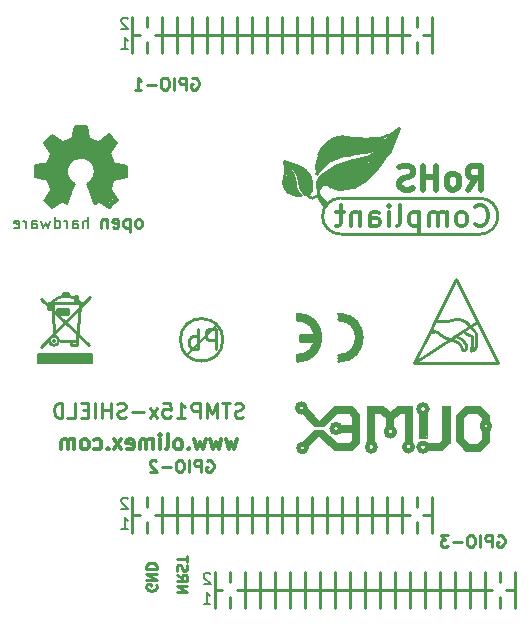
<source format=gbr>
%TF.GenerationSoftware,KiCad,Pcbnew,5.1.0-rc2-unknown-036be7d~80~ubuntu16.04.1*%
%TF.CreationDate,2022-02-04T13:28:53+02:00*%
%TF.ProjectId,STMP15x-SHIELD_Rev_A,53544d50-3135-4782-9d53-4849454c445f,A*%
%TF.SameCoordinates,Original*%
%TF.FileFunction,Legend,Bot*%
%TF.FilePolarity,Positive*%
%FSLAX46Y46*%
G04 Gerber Fmt 4.6, Leading zero omitted, Abs format (unit mm)*
G04 Created by KiCad (PCBNEW 5.1.0-rc2-unknown-036be7d~80~ubuntu16.04.1) date 2022-02-04 13:28:53*
%MOMM*%
%LPD*%
G04 APERTURE LIST*
%ADD10C,0.222250*%
%ADD11C,0.254000*%
%ADD12C,0.304800*%
%ADD13C,0.400000*%
%ADD14C,0.700000*%
%ADD15C,0.500000*%
%ADD16C,0.100000*%
%ADD17C,0.508000*%
%ADD18C,0.300000*%
%ADD19C,0.127000*%
%ADD20C,0.150000*%
%ADD21C,0.200000*%
%ADD22C,0.370000*%
%ADD23C,1.000000*%
%ADD24C,0.380000*%
%ADD25C,0.420000*%
%ADD26C,0.350000*%
%ADD27C,0.180000*%
G04 APERTURE END LIST*
D10*
X130788833Y-98615500D02*
X131677833Y-98615500D01*
X130788833Y-98107500D01*
X131677833Y-98107500D01*
X130788833Y-97176166D02*
X131212166Y-97472500D01*
X130788833Y-97684166D02*
X131677833Y-97684166D01*
X131677833Y-97345500D01*
X131635500Y-97260833D01*
X131593166Y-97218500D01*
X131508500Y-97176166D01*
X131381500Y-97176166D01*
X131296833Y-97218500D01*
X131254500Y-97260833D01*
X131212166Y-97345500D01*
X131212166Y-97684166D01*
X130831166Y-96837500D02*
X130788833Y-96710500D01*
X130788833Y-96498833D01*
X130831166Y-96414166D01*
X130873500Y-96371833D01*
X130958166Y-96329500D01*
X131042833Y-96329500D01*
X131127500Y-96371833D01*
X131169833Y-96414166D01*
X131212166Y-96498833D01*
X131254500Y-96668166D01*
X131296833Y-96752833D01*
X131339166Y-96795166D01*
X131423833Y-96837500D01*
X131508500Y-96837500D01*
X131593166Y-96795166D01*
X131635500Y-96752833D01*
X131677833Y-96668166D01*
X131677833Y-96456500D01*
X131635500Y-96329500D01*
X131677833Y-96075500D02*
X131677833Y-95567500D01*
X130788833Y-95821500D02*
X131677833Y-95821500D01*
X129032000Y-98022833D02*
X129074333Y-98107500D01*
X129074333Y-98234500D01*
X129032000Y-98361500D01*
X128947333Y-98446166D01*
X128862666Y-98488500D01*
X128693333Y-98530833D01*
X128566333Y-98530833D01*
X128397000Y-98488500D01*
X128312333Y-98446166D01*
X128227666Y-98361500D01*
X128185333Y-98234500D01*
X128185333Y-98149833D01*
X128227666Y-98022833D01*
X128270000Y-97980500D01*
X128566333Y-97980500D01*
X128566333Y-98149833D01*
X128185333Y-97599500D02*
X129074333Y-97599500D01*
X128185333Y-97091500D01*
X129074333Y-97091500D01*
X128185333Y-96668166D02*
X129074333Y-96668166D01*
X129074333Y-96456500D01*
X129032000Y-96329500D01*
X128947333Y-96244833D01*
X128862666Y-96202500D01*
X128693333Y-96160166D01*
X128566333Y-96160166D01*
X128397000Y-96202500D01*
X128312333Y-96244833D01*
X128227666Y-96329500D01*
X128185333Y-96456500D01*
X128185333Y-96668166D01*
D11*
X136410095Y-83826047D02*
X136228666Y-83886523D01*
X135926285Y-83886523D01*
X135805333Y-83826047D01*
X135744857Y-83765571D01*
X135684380Y-83644619D01*
X135684380Y-83523666D01*
X135744857Y-83402714D01*
X135805333Y-83342238D01*
X135926285Y-83281761D01*
X136168190Y-83221285D01*
X136289142Y-83160809D01*
X136349619Y-83100333D01*
X136410095Y-82979380D01*
X136410095Y-82858428D01*
X136349619Y-82737476D01*
X136289142Y-82677000D01*
X136168190Y-82616523D01*
X135865809Y-82616523D01*
X135684380Y-82677000D01*
X135321523Y-82616523D02*
X134595809Y-82616523D01*
X134958666Y-83886523D02*
X134958666Y-82616523D01*
X134172476Y-83886523D02*
X134172476Y-82616523D01*
X133749142Y-83523666D01*
X133325809Y-82616523D01*
X133325809Y-83886523D01*
X132721047Y-83886523D02*
X132721047Y-82616523D01*
X132237238Y-82616523D01*
X132116285Y-82677000D01*
X132055809Y-82737476D01*
X131995333Y-82858428D01*
X131995333Y-83039857D01*
X132055809Y-83160809D01*
X132116285Y-83221285D01*
X132237238Y-83281761D01*
X132721047Y-83281761D01*
X130785809Y-83886523D02*
X131511523Y-83886523D01*
X131148666Y-83886523D02*
X131148666Y-82616523D01*
X131269619Y-82797952D01*
X131390571Y-82918904D01*
X131511523Y-82979380D01*
X129636761Y-82616523D02*
X130241523Y-82616523D01*
X130302000Y-83221285D01*
X130241523Y-83160809D01*
X130120571Y-83100333D01*
X129818190Y-83100333D01*
X129697238Y-83160809D01*
X129636761Y-83221285D01*
X129576285Y-83342238D01*
X129576285Y-83644619D01*
X129636761Y-83765571D01*
X129697238Y-83826047D01*
X129818190Y-83886523D01*
X130120571Y-83886523D01*
X130241523Y-83826047D01*
X130302000Y-83765571D01*
X129152952Y-83886523D02*
X128487714Y-83039857D01*
X129152952Y-83039857D02*
X128487714Y-83886523D01*
X128003904Y-83402714D02*
X127036285Y-83402714D01*
X126492000Y-83826047D02*
X126310571Y-83886523D01*
X126008190Y-83886523D01*
X125887238Y-83826047D01*
X125826761Y-83765571D01*
X125766285Y-83644619D01*
X125766285Y-83523666D01*
X125826761Y-83402714D01*
X125887238Y-83342238D01*
X126008190Y-83281761D01*
X126250095Y-83221285D01*
X126371047Y-83160809D01*
X126431523Y-83100333D01*
X126492000Y-82979380D01*
X126492000Y-82858428D01*
X126431523Y-82737476D01*
X126371047Y-82677000D01*
X126250095Y-82616523D01*
X125947714Y-82616523D01*
X125766285Y-82677000D01*
X125222000Y-83886523D02*
X125222000Y-82616523D01*
X125222000Y-83221285D02*
X124496285Y-83221285D01*
X124496285Y-83886523D02*
X124496285Y-82616523D01*
X123891523Y-83886523D02*
X123891523Y-82616523D01*
X123286761Y-83221285D02*
X122863428Y-83221285D01*
X122682000Y-83886523D02*
X123286761Y-83886523D01*
X123286761Y-82616523D01*
X122682000Y-82616523D01*
X121532952Y-83886523D02*
X122137714Y-83886523D01*
X122137714Y-82616523D01*
X121109619Y-83886523D02*
X121109619Y-82616523D01*
X120807238Y-82616523D01*
X120625809Y-82677000D01*
X120504857Y-82797952D01*
X120444380Y-82918904D01*
X120383904Y-83160809D01*
X120383904Y-83342238D01*
X120444380Y-83584142D01*
X120504857Y-83705095D01*
X120625809Y-83826047D01*
X120807238Y-83886523D01*
X121109619Y-83886523D01*
D12*
X135896047Y-85706857D02*
X135654142Y-86553523D01*
X135412238Y-85948761D01*
X135170333Y-86553523D01*
X134928428Y-85706857D01*
X134565571Y-85706857D02*
X134323666Y-86553523D01*
X134081761Y-85948761D01*
X133839857Y-86553523D01*
X133597952Y-85706857D01*
X133235095Y-85706857D02*
X132993190Y-86553523D01*
X132751285Y-85948761D01*
X132509380Y-86553523D01*
X132267476Y-85706857D01*
X131783666Y-86432571D02*
X131723190Y-86493047D01*
X131783666Y-86553523D01*
X131844142Y-86493047D01*
X131783666Y-86432571D01*
X131783666Y-86553523D01*
X130997476Y-86553523D02*
X131118428Y-86493047D01*
X131178904Y-86432571D01*
X131239380Y-86311619D01*
X131239380Y-85948761D01*
X131178904Y-85827809D01*
X131118428Y-85767333D01*
X130997476Y-85706857D01*
X130816047Y-85706857D01*
X130695095Y-85767333D01*
X130634619Y-85827809D01*
X130574142Y-85948761D01*
X130574142Y-86311619D01*
X130634619Y-86432571D01*
X130695095Y-86493047D01*
X130816047Y-86553523D01*
X130997476Y-86553523D01*
X129848428Y-86553523D02*
X129969380Y-86493047D01*
X130029857Y-86372095D01*
X130029857Y-85283523D01*
X129364619Y-86553523D02*
X129364619Y-85706857D01*
X129364619Y-85283523D02*
X129425095Y-85344000D01*
X129364619Y-85404476D01*
X129304142Y-85344000D01*
X129364619Y-85283523D01*
X129364619Y-85404476D01*
X128759857Y-86553523D02*
X128759857Y-85706857D01*
X128759857Y-85827809D02*
X128699380Y-85767333D01*
X128578428Y-85706857D01*
X128397000Y-85706857D01*
X128276047Y-85767333D01*
X128215571Y-85888285D01*
X128215571Y-86553523D01*
X128215571Y-85888285D02*
X128155095Y-85767333D01*
X128034142Y-85706857D01*
X127852714Y-85706857D01*
X127731761Y-85767333D01*
X127671285Y-85888285D01*
X127671285Y-86553523D01*
X126582714Y-86493047D02*
X126703666Y-86553523D01*
X126945571Y-86553523D01*
X127066523Y-86493047D01*
X127127000Y-86372095D01*
X127127000Y-85888285D01*
X127066523Y-85767333D01*
X126945571Y-85706857D01*
X126703666Y-85706857D01*
X126582714Y-85767333D01*
X126522238Y-85888285D01*
X126522238Y-86009238D01*
X127127000Y-86130190D01*
X126098904Y-86553523D02*
X125433666Y-85706857D01*
X126098904Y-85706857D02*
X125433666Y-86553523D01*
X124949857Y-86432571D02*
X124889380Y-86493047D01*
X124949857Y-86553523D01*
X125010333Y-86493047D01*
X124949857Y-86432571D01*
X124949857Y-86553523D01*
X123800809Y-86493047D02*
X123921761Y-86553523D01*
X124163666Y-86553523D01*
X124284619Y-86493047D01*
X124345095Y-86432571D01*
X124405571Y-86311619D01*
X124405571Y-85948761D01*
X124345095Y-85827809D01*
X124284619Y-85767333D01*
X124163666Y-85706857D01*
X123921761Y-85706857D01*
X123800809Y-85767333D01*
X123075095Y-86553523D02*
X123196047Y-86493047D01*
X123256523Y-86432571D01*
X123317000Y-86311619D01*
X123317000Y-85948761D01*
X123256523Y-85827809D01*
X123196047Y-85767333D01*
X123075095Y-85706857D01*
X122893666Y-85706857D01*
X122772714Y-85767333D01*
X122712238Y-85827809D01*
X122651761Y-85948761D01*
X122651761Y-86311619D01*
X122712238Y-86432571D01*
X122772714Y-86493047D01*
X122893666Y-86553523D01*
X123075095Y-86553523D01*
X122107476Y-86553523D02*
X122107476Y-85706857D01*
X122107476Y-85827809D02*
X122047000Y-85767333D01*
X121926047Y-85706857D01*
X121744619Y-85706857D01*
X121623666Y-85767333D01*
X121563190Y-85888285D01*
X121563190Y-86553523D01*
X121563190Y-85888285D02*
X121502714Y-85767333D01*
X121381761Y-85706857D01*
X121200333Y-85706857D01*
X121079380Y-85767333D01*
X121018904Y-85888285D01*
X121018904Y-86553523D01*
D11*
%TO.C,GPIO-3*%
X158115000Y-99060000D02*
X158115000Y-99949000D01*
X158115000Y-96901000D02*
X158115000Y-97790000D01*
X156845000Y-98425000D02*
X156845000Y-99949000D01*
X155575000Y-98425000D02*
X155575000Y-99949000D01*
X154305000Y-98425000D02*
X154305000Y-99949000D01*
X153035000Y-98425000D02*
X153035000Y-99949000D01*
X151765000Y-98425000D02*
X151765000Y-99949000D01*
X150495000Y-98425000D02*
X150495000Y-99949000D01*
X149225000Y-98425000D02*
X149225000Y-99949000D01*
X147955000Y-98425000D02*
X147955000Y-99949000D01*
X156845000Y-96901000D02*
X156845000Y-98425000D01*
X155575000Y-96901000D02*
X155575000Y-98425000D01*
X154305000Y-96901000D02*
X154305000Y-98425000D01*
X153035000Y-96901000D02*
X153035000Y-98425000D01*
X151765000Y-96901000D02*
X151765000Y-98425000D01*
X150495000Y-96901000D02*
X150495000Y-98425000D01*
X149225000Y-96901000D02*
X149225000Y-98425000D01*
X147955000Y-96901000D02*
X147955000Y-98425000D01*
X158623000Y-98425000D02*
X159385000Y-98425000D01*
X156845000Y-98425000D02*
X157480000Y-98425000D01*
X155575000Y-98425000D02*
X156845000Y-98425000D01*
X154305000Y-98425000D02*
X155575000Y-98425000D01*
X153035000Y-98425000D02*
X154305000Y-98425000D01*
X151765000Y-98425000D02*
X153035000Y-98425000D01*
X150495000Y-98425000D02*
X151765000Y-98425000D01*
X149225000Y-98425000D02*
X150495000Y-98425000D01*
X147955000Y-98425000D02*
X149225000Y-98425000D01*
X146685000Y-98425000D02*
X147955000Y-98425000D01*
X159385000Y-98425000D02*
X159385000Y-96901000D01*
X159385000Y-99949000D02*
X159385000Y-98425000D01*
X133985000Y-99949000D02*
X133985000Y-98425000D01*
X133985000Y-98425000D02*
X133985000Y-96901000D01*
X146685000Y-99949000D02*
X146685000Y-98425000D01*
X146685000Y-98425000D02*
X146685000Y-96901000D01*
X133985000Y-98425000D02*
X134620000Y-98425000D01*
X135890000Y-98425000D02*
X136525000Y-98425000D01*
X136525000Y-98425000D02*
X137795000Y-98425000D01*
X137795000Y-98425000D02*
X139065000Y-98425000D01*
X139065000Y-98425000D02*
X140335000Y-98425000D01*
X140335000Y-98425000D02*
X141605000Y-98425000D01*
X141605000Y-98425000D02*
X142875000Y-98425000D01*
X142875000Y-98425000D02*
X144145000Y-98425000D01*
X144145000Y-98425000D02*
X145415000Y-98425000D01*
X145415000Y-98425000D02*
X146685000Y-98425000D01*
X135255000Y-96901000D02*
X135255000Y-97790000D01*
X136525000Y-96901000D02*
X136525000Y-98425000D01*
X137795000Y-96901000D02*
X137795000Y-98425000D01*
X139065000Y-96901000D02*
X139065000Y-98425000D01*
X140335000Y-96901000D02*
X140335000Y-98425000D01*
X141605000Y-96901000D02*
X141605000Y-98425000D01*
X142875000Y-96901000D02*
X142875000Y-98425000D01*
X144145000Y-96901000D02*
X144145000Y-98425000D01*
X135255000Y-99060000D02*
X135255000Y-99949000D01*
X136525000Y-98425000D02*
X136525000Y-99949000D01*
X137795000Y-98425000D02*
X137795000Y-99949000D01*
X139065000Y-98425000D02*
X139065000Y-99949000D01*
X140335000Y-98425000D02*
X140335000Y-99949000D01*
X141605000Y-98425000D02*
X141605000Y-99949000D01*
X142875000Y-98425000D02*
X142875000Y-99949000D01*
X144145000Y-98425000D02*
X144145000Y-99949000D01*
X145415000Y-96901000D02*
X145415000Y-98425000D01*
X145415000Y-98425000D02*
X145415000Y-99949000D01*
D13*
%TO.C,Logo_Olimex_2*%
X157296747Y-84582000D02*
G75*
G03X157296747Y-84582000I-337447J0D01*
G01*
D14*
X156972000Y-83807300D02*
X156464000Y-83299300D01*
X155371800Y-83223100D02*
X154736800Y-83832700D01*
X154762200Y-85788500D02*
X155321000Y-86372700D01*
X153136600Y-86385400D02*
X153593800Y-85928200D01*
X152150800Y-86385400D02*
X153136600Y-86385400D01*
D13*
X152004324Y-86360000D02*
G75*
G03X152004324Y-86360000I-366324J0D01*
G01*
D14*
X151638000Y-83667600D02*
X151638000Y-85267800D01*
D13*
X151998818Y-83134200D02*
G75*
G03X151998818Y-83134200I-373518J0D01*
G01*
X150765759Y-86334600D02*
G75*
G03X150765759Y-86334600I-359659J0D01*
G01*
D14*
X150418800Y-85826600D02*
X150418800Y-83235800D01*
X150418800Y-83235800D02*
X149580600Y-83235800D01*
X149580600Y-83235800D02*
X148971000Y-83743800D01*
X148869400Y-84531200D02*
X148869400Y-83820000D01*
X148793200Y-83743800D02*
X148158200Y-83235800D01*
D13*
X149240318Y-85064600D02*
G75*
G03X149240318Y-85064600I-370918J0D01*
G01*
D14*
X148158200Y-83235800D02*
X147269200Y-83235800D01*
D13*
X147619729Y-86347300D02*
G75*
G03X147619729Y-86347300I-363229J0D01*
G01*
X141756666Y-86436200D02*
G75*
G03X141756666Y-86436200I-329466J0D01*
G01*
D14*
X141757400Y-86080600D02*
X142595600Y-85267800D01*
D15*
X143103600Y-85166200D02*
X142570200Y-85166200D01*
D14*
X144246600Y-86385400D02*
X143103600Y-85267800D01*
X145567400Y-86385400D02*
X144246600Y-86385400D01*
X145999200Y-85953600D02*
X145567400Y-86385400D01*
X145999200Y-83718400D02*
X145999200Y-85953600D01*
X145999200Y-83693000D02*
X145516600Y-83185000D01*
X145468500Y-83210400D02*
X144246600Y-83210400D01*
X144246600Y-83210400D02*
X143154400Y-84277200D01*
D15*
X143129000Y-84391500D02*
X142570200Y-84391500D01*
D14*
X141706600Y-83400900D02*
X142570200Y-84294600D01*
D13*
X141697735Y-83045300D02*
G75*
G03X141697735Y-83045300I-359435J0D01*
G01*
D14*
X144780000Y-84785200D02*
X145999200Y-84785200D01*
D13*
X144631659Y-84785200D02*
G75*
G03X144631659Y-84785200I-359659J0D01*
G01*
D14*
X156400500Y-86398100D02*
X155359100Y-86398100D01*
X156959300Y-85839300D02*
X156959300Y-85077300D01*
X156972000Y-85826600D02*
X156387800Y-86398100D01*
X156972000Y-83858100D02*
X156972000Y-84099400D01*
X154749500Y-83820000D02*
X154749500Y-85750400D01*
X155371800Y-83210400D02*
X156375100Y-83210400D01*
X147256500Y-83223100D02*
X147256500Y-85826600D01*
X153593800Y-85940900D02*
X153593800Y-83210400D01*
D16*
X153593800Y-82867500D02*
X153873200Y-82867500D01*
X153898600Y-82867500D02*
X153898600Y-86017100D01*
X153885900Y-82867500D02*
X153898600Y-82867500D01*
X153873200Y-82867500D02*
X153885900Y-82867500D01*
X153758900Y-82956400D02*
X153822400Y-82943700D01*
X153276300Y-82867500D02*
X153276300Y-85902800D01*
X153581100Y-82867500D02*
X153276300Y-82867500D01*
X153454100Y-82943700D02*
X153339800Y-82943700D01*
X151955500Y-83553300D02*
X151955500Y-85572600D01*
X151320500Y-85572600D02*
X151320500Y-83553300D01*
X151345900Y-85572600D02*
X151320500Y-85572600D01*
X151955500Y-85572600D02*
X151345900Y-85572600D01*
X151815800Y-85509100D02*
X151879300Y-85509100D01*
X151472900Y-85509100D02*
X151384000Y-85509100D01*
X150736300Y-85915500D02*
X150736300Y-82931000D01*
X149491700Y-82918300D02*
X148907500Y-83400900D01*
X150736300Y-82918300D02*
X149491700Y-82918300D01*
X150583900Y-82981800D02*
X150660100Y-82981800D01*
X146926300Y-85940900D02*
X146926300Y-82931000D01*
X148247100Y-82918300D02*
X148869400Y-83413600D01*
X148221700Y-82918300D02*
X148247100Y-82918300D01*
X146926300Y-82918300D02*
X148221700Y-82918300D01*
X146926300Y-82931000D02*
X146926300Y-82918300D01*
X147078700Y-82994500D02*
X146977100Y-82994500D01*
X144132300Y-82880200D02*
X142875000Y-84124800D01*
X144183100Y-82880200D02*
X144132300Y-82880200D01*
X145554700Y-82880200D02*
X144183100Y-82880200D01*
D11*
%TO.C,Sign_RoHS*%
X142112556Y-64286371D02*
G75*
G02X141859000Y-64897000I-865696J1511D01*
G01*
X140666020Y-62791180D02*
G75*
G02X141173200Y-63822580I-991420J-1127920D01*
G01*
X141583340Y-64927046D02*
G75*
G02X141173200Y-63830200I1118940J1043506D01*
G01*
X141860788Y-65025791D02*
G75*
G02X141556740Y-64899540I752J431051D01*
G01*
X141294340Y-65019613D02*
G75*
G02X140792200Y-64223900I709440J1003993D01*
G01*
X140412795Y-62885066D02*
G75*
G02X140766800Y-63875920I-1408755J-1061974D01*
G01*
X140945927Y-65025303D02*
G75*
G02X140746480Y-65001140I-1327J824263D01*
G01*
X140744497Y-65000453D02*
G75*
G02X140164820Y-64726820I205183J1185493D01*
G01*
X140140946Y-64704974D02*
G75*
G02X139827000Y-63947040I757934J757934D01*
G01*
X139827283Y-63947487D02*
G75*
G02X139898120Y-63578740I992857J447D01*
G01*
X139962148Y-62644136D02*
G75*
G02X139898120Y-63578740I-1478808J-368184D01*
G01*
X141264000Y-62665511D02*
G75*
G02X141986000Y-63309500I-601340J-1400909D01*
G01*
X142039794Y-63405321D02*
G75*
G02X142240000Y-64160400I-1323794J-755079D01*
G01*
X142241874Y-64160901D02*
G75*
G02X142156180Y-64604900I-1195674J501D01*
G01*
X142285720Y-65279612D02*
G75*
G02X141993620Y-65158620I0J413092D01*
G01*
X142643134Y-65129954D02*
G75*
G02X142285720Y-65278000I-357414J357414D01*
G01*
X143016258Y-65295710D02*
G75*
G02X142748000Y-64643000I653762J650170D01*
G01*
X143253978Y-65913280D02*
G75*
G02X142748000Y-64688720I1228842J1224560D01*
G01*
X146818379Y-61374186D02*
G75*
G02X145475960Y-61589920I-1812319J6992786D01*
G01*
X143694130Y-62163934D02*
G75*
G02X144957800Y-61663580I2134890J-3545866D01*
G01*
X142627641Y-63241765D02*
G75*
G02X143682720Y-62171580I3831299J-2722035D01*
G01*
X142747155Y-64516069D02*
G75*
G02X142867380Y-63578740I762845J378529D01*
G01*
X143038473Y-63390156D02*
G75*
G02X145592800Y-62120780I3654147J-4148444D01*
G01*
X147929541Y-61309778D02*
G75*
G02X145902680Y-62059820I-2631381J3997218D01*
G01*
X143195549Y-65601559D02*
G75*
G02X142748000Y-64516000I1086611J1083019D01*
G01*
X142621760Y-62864243D02*
G75*
G02X142681960Y-62186820I3049780J70363D01*
G01*
X142828736Y-61583585D02*
G75*
G02X144879060Y-60071000I2144304J-760715D01*
G01*
X148742952Y-59926522D02*
G75*
G02X147027900Y-60266580I-1268012J1900222D01*
G01*
X146716933Y-63850013D02*
G75*
G02X144851120Y-64516000I-1738813J1924813D01*
G01*
X148737464Y-61430447D02*
G75*
G02X146756120Y-63812420I-8344044J4925607D01*
G01*
X143024860Y-64239140D02*
G75*
G02X143743680Y-64241680I358140J-360680D01*
G01*
X144335500Y-64518066D02*
G75*
G02X143797020Y-64295020I0J761526D01*
G01*
X144653000Y-68326000D02*
G75*
G02X143129000Y-66802000I0J1524000D01*
G01*
X157988000Y-66802000D02*
G75*
G02X156464000Y-68326000I-1524000J0D01*
G01*
X156464000Y-65278000D02*
G75*
G02X157988000Y-66802000I0J-1524000D01*
G01*
X143129000Y-66802000D02*
G75*
G02X144653000Y-65278000I1524000J0D01*
G01*
X144653000Y-65278000D02*
X156464000Y-65278000D01*
X156464000Y-68326000D02*
X144653000Y-68326000D01*
X143797020Y-64295020D02*
X143743680Y-64241680D01*
X143024860Y-64241680D02*
X142748000Y-64516000D01*
X149606000Y-59309000D02*
X148739860Y-61424820D01*
X146756120Y-63812420D02*
X146720560Y-63847980D01*
X144851120Y-64516000D02*
X144335500Y-64516000D01*
X149606000Y-59309000D02*
X148744940Y-59928760D01*
X147027900Y-60266580D02*
X144879060Y-60071000D01*
X142829280Y-61587380D02*
X142681960Y-62186820D01*
X142623540Y-62865000D02*
X142623540Y-63246000D01*
X142725140Y-64470280D02*
X142748000Y-64516000D01*
X143383000Y-65786000D02*
X143197580Y-65600580D01*
X148211540Y-60960000D02*
X147929600Y-61307980D01*
X145902680Y-62059820D02*
X145592800Y-62120780D01*
X143037560Y-63390780D02*
X142867380Y-63578740D01*
X142623540Y-63246000D02*
X142626080Y-63243460D01*
X143682720Y-62171580D02*
X143690340Y-62166500D01*
X144957800Y-61663580D02*
X145475960Y-61589920D01*
X146824700Y-61374020D02*
X148211540Y-60960000D01*
X143383000Y-65913000D02*
X142875000Y-65151000D01*
X142748000Y-64688720D02*
X142748000Y-64643000D01*
X143510000Y-65786000D02*
X143019780Y-65295780D01*
X142748000Y-65024000D02*
X142643860Y-65130680D01*
X141993620Y-65158620D02*
X141859000Y-65024000D01*
X141859000Y-65024000D02*
X142156180Y-64604900D01*
X142039340Y-63403480D02*
X141986000Y-63309500D01*
X141264640Y-62664340D02*
X140843000Y-62484000D01*
X140843000Y-62484000D02*
X139827000Y-62103000D01*
X139827000Y-62103000D02*
X139961620Y-62641480D01*
X140141960Y-64703960D02*
X140164820Y-64726820D01*
X140944600Y-65024000D02*
X141300200Y-65024000D01*
X141846300Y-65024000D02*
X141859000Y-65024000D01*
X140766800Y-63832740D02*
X140792200Y-64223900D01*
X149225000Y-59817000D02*
X148211540Y-60454540D01*
D17*
X148211540Y-60454540D02*
X147066000Y-60454540D01*
X147066000Y-60454540D02*
X146050000Y-60325000D01*
X146050000Y-60325000D02*
X144399000Y-60325000D01*
X144399000Y-60325000D02*
X143764000Y-60706000D01*
X143764000Y-60706000D02*
X143256000Y-61214000D01*
X143256000Y-61214000D02*
X143002000Y-61722000D01*
X143002000Y-61722000D02*
X142875000Y-62738000D01*
X142875000Y-62738000D02*
X143383000Y-62103000D01*
X143383000Y-62103000D02*
X144018000Y-61722000D01*
X144018000Y-61722000D02*
X143764000Y-61214000D01*
X143764000Y-61214000D02*
X143383000Y-61722000D01*
X144145000Y-61722000D02*
X144780000Y-61341000D01*
X144780000Y-61341000D02*
X145288000Y-61341000D01*
X145288000Y-61341000D02*
X145415000Y-61341000D01*
X145415000Y-61341000D02*
X146558000Y-61214000D01*
X146558000Y-61214000D02*
X147828000Y-60833000D01*
X147828000Y-60833000D02*
X148336000Y-60706000D01*
X148336000Y-60706000D02*
X143764000Y-60706000D01*
X143764000Y-60706000D02*
X143764000Y-60960000D01*
X143764000Y-61214000D02*
X143764000Y-60960000D01*
X143764000Y-60960000D02*
X148717000Y-60883800D01*
X143637000Y-61341000D02*
X145288000Y-61341000D01*
X149225000Y-59817000D02*
X148717000Y-60706000D01*
X148717000Y-60706000D02*
X148590000Y-61214000D01*
X148590000Y-61214000D02*
X148211540Y-61722000D01*
X148211540Y-61722000D02*
X148211540Y-61341000D01*
X148211540Y-61341000D02*
X148590000Y-60454540D01*
X148082000Y-61849000D02*
X147701000Y-62357000D01*
X147701000Y-62357000D02*
X147447000Y-62738000D01*
X147447000Y-62738000D02*
X146558000Y-63627000D01*
X146558000Y-63627000D02*
X146050000Y-64008000D01*
X146050000Y-64008000D02*
X145161000Y-64262000D01*
X145161000Y-64262000D02*
X144272000Y-64262000D01*
X144272000Y-64262000D02*
X143510000Y-63754000D01*
X143510000Y-63754000D02*
X143129000Y-63881000D01*
X143129000Y-63881000D02*
X142875000Y-64135000D01*
X142875000Y-64135000D02*
X143129000Y-63627000D01*
X143129000Y-63627000D02*
X143637000Y-63119000D01*
X143637000Y-63119000D02*
X144322800Y-62712600D01*
X144322800Y-62712600D02*
X145719800Y-62230000D01*
X145719800Y-62230000D02*
X146329400Y-62230000D01*
X146329400Y-62230000D02*
X147066000Y-61976000D01*
X147066000Y-61976000D02*
X147828000Y-61595000D01*
X147701000Y-61976000D02*
X146939000Y-62611000D01*
X146939000Y-62611000D02*
X146812000Y-62484000D01*
X146812000Y-62484000D02*
X146685000Y-62484000D01*
X146685000Y-62484000D02*
X145542000Y-62611000D01*
X145542000Y-62611000D02*
X144526000Y-62865000D01*
X144526000Y-62865000D02*
X143891000Y-63373000D01*
X143891000Y-63373000D02*
X143764000Y-63500000D01*
X143764000Y-63500000D02*
X143891000Y-63754000D01*
X143891000Y-63754000D02*
X144145000Y-63754000D01*
X144145000Y-63754000D02*
X144526000Y-63881000D01*
X144526000Y-63881000D02*
X145161000Y-63881000D01*
X145161000Y-63881000D02*
X145542000Y-63754000D01*
X145542000Y-63754000D02*
X146050000Y-63627000D01*
X146050000Y-63627000D02*
X146685000Y-63119000D01*
X146685000Y-63119000D02*
X146812000Y-62992000D01*
X146812000Y-62992000D02*
X146685000Y-62865000D01*
X146685000Y-62865000D02*
X146177000Y-62865000D01*
X146177000Y-62865000D02*
X145161000Y-63119000D01*
X145161000Y-63119000D02*
X144907000Y-63119000D01*
X144907000Y-63119000D02*
X144399000Y-63373000D01*
X144399000Y-63373000D02*
X144399000Y-63500000D01*
X144399000Y-63500000D02*
X144526000Y-63627000D01*
X144526000Y-63627000D02*
X144907000Y-63500000D01*
X144907000Y-63500000D02*
X146177000Y-63246000D01*
D11*
X141556740Y-64899540D02*
X141584680Y-64927480D01*
X141173200Y-63830200D02*
X141173200Y-63822580D01*
X142113000Y-64284860D02*
X142113000Y-64262000D01*
X142113000Y-64262000D02*
X142113000Y-64008000D01*
X142113000Y-64008000D02*
X141986000Y-64008000D01*
X141986000Y-64008000D02*
X141859000Y-64008000D01*
X141859000Y-64008000D02*
X141859000Y-64643000D01*
X141986000Y-64008000D02*
X141986000Y-64135000D01*
X141986000Y-64135000D02*
X141986000Y-64516000D01*
X141986000Y-64516000D02*
X141986000Y-64643000D01*
X141986000Y-64643000D02*
X141986000Y-64770000D01*
X141859000Y-64008000D02*
X141478000Y-64008000D01*
X141478000Y-64008000D02*
X141224000Y-64008000D01*
X141224000Y-64008000D02*
X141732000Y-64897000D01*
X141478000Y-64008000D02*
X141478000Y-64516000D01*
X141986000Y-64135000D02*
X141351000Y-64135000D01*
X142113000Y-64262000D02*
X141351000Y-64262000D01*
X142113000Y-64389000D02*
X141351000Y-64389000D01*
X141986000Y-64516000D02*
X141351000Y-64516000D01*
X141986000Y-64643000D02*
X141478000Y-64643000D01*
X141224000Y-63881000D02*
X142113000Y-63881000D01*
X141224000Y-63754000D02*
X142113000Y-63754000D01*
X141224000Y-63627000D02*
X141986000Y-63627000D01*
X141224000Y-63500000D02*
X141986000Y-63500000D01*
X141097000Y-63373000D02*
X141986000Y-63373000D01*
X141097000Y-63246000D02*
X141859000Y-63246000D01*
X140970000Y-63119000D02*
X141732000Y-63119000D01*
X140970000Y-62992000D02*
X141605000Y-62992000D01*
X140843000Y-62865000D02*
X141351000Y-62865000D01*
X140081000Y-62738000D02*
X140208000Y-62738000D01*
X140208000Y-62738000D02*
X140335000Y-62738000D01*
X140335000Y-62738000D02*
X141224000Y-62738000D01*
X140843000Y-62611000D02*
X140081000Y-62611000D01*
X140589000Y-62484000D02*
X139954000Y-62484000D01*
X140462000Y-62357000D02*
X139954000Y-62357000D01*
X140335000Y-62738000D02*
X140335000Y-63246000D01*
X140208000Y-62738000D02*
X140208000Y-63246000D01*
X140589000Y-63246000D02*
X140081000Y-63246000D01*
X140589000Y-63373000D02*
X140081000Y-63373000D01*
X140716000Y-63500000D02*
X140081000Y-63500000D01*
X140716000Y-63627000D02*
X139954000Y-63627000D01*
X140716000Y-63754000D02*
X139954000Y-63754000D01*
X140716000Y-63881000D02*
X139954000Y-63881000D01*
X140716000Y-64008000D02*
X139954000Y-64008000D01*
X140716000Y-64135000D02*
X139954000Y-64135000D01*
X140716000Y-64262000D02*
X139954000Y-64262000D01*
X140792200Y-64389000D02*
X139954000Y-64389000D01*
X140843000Y-64516000D02*
X140081000Y-64516000D01*
X140843000Y-64643000D02*
X140208000Y-64643000D01*
X140970000Y-64770000D02*
X140335000Y-64770000D01*
X141097000Y-64897000D02*
X140589000Y-64897000D01*
%TO.C,Sign_CE*%
X140998000Y-79089000D02*
G75*
G03X140998000Y-75089000I0J2000000D01*
G01*
D18*
X141047980Y-78839000D02*
G75*
G03X141048000Y-75339000I-49980J1750000D01*
G01*
D11*
X140998000Y-78589000D02*
G75*
G03X140998000Y-75589000I0J1500000D01*
G01*
D18*
X144547980Y-78839000D02*
G75*
G03X144548000Y-75339000I-49980J1750000D01*
G01*
D11*
X144498000Y-79089000D02*
G75*
G03X144498000Y-75089000I0J2000000D01*
G01*
X144498000Y-78589000D02*
G75*
G03X144498000Y-75589000I0J1500000D01*
G01*
X144498000Y-75089000D02*
X144498000Y-75589000D01*
X144498000Y-78589000D02*
X144498000Y-79089000D01*
X140998000Y-78589000D02*
X140998000Y-79089000D01*
X140998000Y-75089000D02*
X140998000Y-75589000D01*
X142498000Y-76839000D02*
X141248000Y-76839000D01*
X141248000Y-76839000D02*
X141248000Y-77339000D01*
X141248000Y-77339000D02*
X142498000Y-77339000D01*
X141248000Y-77089000D02*
X142498000Y-77089000D01*
%TO.C,Sign_RecycleBin*%
X120269000Y-74041000D02*
G75*
G02X122555000Y-74041000I1143000J-1143000D01*
G01*
D19*
X120523000Y-77343000D02*
G75*
G03X120523000Y-77343000I-127000J0D01*
G01*
D11*
X121539000Y-73279000D02*
X121539000Y-73406000D01*
X121539000Y-73406000D02*
X121158000Y-73406000D01*
X121158000Y-73406000D02*
X121158000Y-73279000D01*
X121158000Y-73279000D02*
X121539000Y-73279000D01*
X121412000Y-74803000D02*
X120777000Y-74803000D01*
X121539000Y-74676000D02*
X120650000Y-74676000D01*
X120650000Y-74676000D02*
X120650000Y-75057000D01*
X120650000Y-75057000D02*
X121539000Y-75057000D01*
X121539000Y-75057000D02*
X121539000Y-74676000D01*
X120142000Y-74676000D02*
X120142000Y-74295000D01*
X120142000Y-74295000D02*
X120015000Y-74295000D01*
X120015000Y-74295000D02*
X120015000Y-74676000D01*
X120142000Y-74295000D02*
X120142000Y-74422000D01*
X120142000Y-74168000D02*
X120015000Y-74549000D01*
X120142000Y-74295000D02*
X120142000Y-74422000D01*
X120269000Y-74168000D02*
X120269000Y-74676000D01*
X120269000Y-74676000D02*
X119888000Y-74676000D01*
X119888000Y-74676000D02*
X119888000Y-74168000D01*
X122301000Y-74041000D02*
X122301000Y-73533000D01*
X122301000Y-73533000D02*
X122174000Y-73533000D01*
X122174000Y-73533000D02*
X122174000Y-74041000D01*
X120797609Y-77343000D02*
G75*
G03X120797609Y-77343000I-401609J0D01*
G01*
X120396000Y-76835000D02*
X120269000Y-74803000D01*
X122301000Y-77343000D02*
X122301000Y-77724000D01*
X122301000Y-77724000D02*
X121793000Y-77724000D01*
X121793000Y-77724000D02*
X121793000Y-77470000D01*
X122809000Y-74168000D02*
X119888000Y-74168000D01*
X122301000Y-77343000D02*
X122555000Y-74295000D01*
X122301000Y-77343000D02*
X120904000Y-77343000D01*
X123317000Y-77724000D02*
X119253000Y-73787000D01*
X123444000Y-73660000D02*
X119253000Y-77851000D01*
D20*
X123599200Y-79096400D02*
X119179600Y-79096400D01*
X119179600Y-78994800D02*
X123548400Y-78994800D01*
X123599200Y-78791600D02*
X119128800Y-78791600D01*
X123599200Y-78639200D02*
X119179600Y-78639200D01*
X119128800Y-78893200D02*
X123548400Y-78893200D01*
X119128800Y-78740800D02*
X123548400Y-78740800D01*
X123599200Y-78588400D02*
X119128800Y-78588400D01*
X119128800Y-78486800D02*
X123548400Y-78486800D01*
X119078000Y-79198000D02*
X123650000Y-79198000D01*
X123650000Y-79198000D02*
X123650000Y-78436000D01*
X123650000Y-78436000D02*
X119078000Y-78436000D01*
X119078000Y-78436000D02*
X119078000Y-79198000D01*
D21*
%TO.C,Sign_PB-Free*%
X131732020Y-78440280D02*
X134165340Y-76019660D01*
D11*
X134695037Y-77276960D02*
G75*
G03X134695037Y-77276960I-1802237J0D01*
G01*
D22*
%TO.C,Logo_OSHW*%
X122013980Y-64135000D02*
G75*
G02X121643140Y-62270640I746760J1117600D01*
G01*
X121632980Y-62285880D02*
G75*
G02X123558300Y-62087760I1061720J-863600D01*
G01*
X123583700Y-62113160D02*
G75*
G02X123507500Y-63967360I-965200J-889000D01*
G01*
D23*
X121518680Y-64185800D02*
X121185940Y-64917320D01*
X121518680Y-64277240D02*
X120337580Y-65290700D01*
X121404380Y-64140080D02*
X120787160Y-64467740D01*
X121084340Y-63720980D02*
X120474740Y-63827660D01*
X120248680Y-62562740D02*
X120970040Y-62710060D01*
X120489980Y-61869320D02*
X121145300Y-62235080D01*
X121358660Y-61000640D02*
X121777760Y-61587380D01*
X121945400Y-60749180D02*
X122166380Y-61434980D01*
X123210320Y-60733940D02*
X123042680Y-61343540D01*
X123644660Y-60993020D02*
X123469400Y-61351160D01*
X124642880Y-61770260D02*
X124185680Y-62059820D01*
X124818140Y-62250320D02*
X124376180Y-62410340D01*
X125143260Y-63494920D02*
X124437140Y-63367920D01*
X124894340Y-64140080D02*
X124330460Y-63660020D01*
X124228860Y-65039240D02*
X123863100Y-64277240D01*
X119438420Y-62986920D02*
X120906540Y-63073280D01*
X120429020Y-60802520D02*
X121541540Y-61869320D01*
X122694700Y-59745880D02*
X122689620Y-61259720D01*
X124955300Y-60721240D02*
X123893580Y-61828680D01*
X125940820Y-63007240D02*
X124523500Y-62946280D01*
X124904500Y-65211960D02*
X124051060Y-64190880D01*
D20*
X123888500Y-63781940D02*
X123581160Y-64048640D01*
X124218700Y-60868560D02*
X123235720Y-60375800D01*
X122039380Y-64373760D02*
X122161300Y-64089280D01*
X121902220Y-63919100D02*
X122156220Y-64084200D01*
X123403360Y-63916560D02*
X123177300Y-64091820D01*
X123771660Y-63802260D02*
X123512580Y-64140080D01*
X123995180Y-63581280D02*
X123901200Y-63751460D01*
X123995180Y-63581280D02*
X123901200Y-63751460D01*
X124132340Y-62727840D02*
X124000260Y-63550800D01*
X123708160Y-61991240D02*
X124127260Y-62722760D01*
X122836940Y-61561980D02*
X123708160Y-61991240D01*
X122021600Y-61729620D02*
X122836940Y-61569600D01*
X121511060Y-62158880D02*
X122021600Y-61729620D01*
X121277380Y-62831980D02*
X121511060Y-62158880D01*
X121282460Y-63337440D02*
X121282460Y-62819280D01*
X121658380Y-64048640D02*
X121282460Y-63337440D01*
X121836180Y-64170560D02*
X121658380Y-64048640D01*
X125107700Y-60149740D02*
X124223780Y-60871100D01*
X124863860Y-61503560D02*
X125465840Y-60594240D01*
X124868940Y-61498480D02*
X125255020Y-62496700D01*
X126398020Y-62765940D02*
X125282960Y-62519560D01*
X126255780Y-62710060D02*
X126255780Y-63360300D01*
X121879360Y-64112140D02*
X121351040Y-65493900D01*
X121488200Y-65791080D02*
X121874280Y-64810640D01*
X120959880Y-65463420D02*
X121488200Y-65791080D01*
X120276620Y-65796160D02*
X121097040Y-65267840D01*
X121140220Y-65491360D02*
X120263920Y-66111120D01*
X120253760Y-66106040D02*
X119570500Y-65415160D01*
X119857520Y-65331340D02*
X120342660Y-65862200D01*
X119824500Y-63695580D02*
X120205500Y-64676020D01*
X119928640Y-63728600D02*
X118805960Y-63517780D01*
X118790720Y-62539880D02*
X118793260Y-63497460D01*
X118874540Y-63281560D02*
X119981980Y-63505080D01*
X120177560Y-61511180D02*
X119811800Y-62379860D01*
X119562880Y-60629800D02*
X120266460Y-61620400D01*
X120261380Y-59931300D02*
X119567960Y-60622180D01*
X121277380Y-60606940D02*
X120266460Y-59933840D01*
X121963180Y-60220860D02*
X121158000Y-60558680D01*
X122179080Y-59131200D02*
X121953020Y-60302140D01*
X123144280Y-59131200D02*
X122179080Y-59131200D01*
X123154440Y-59138820D02*
X123355100Y-60164980D01*
X124142500Y-60533280D02*
X123238260Y-60154820D01*
X125077220Y-59885580D02*
X124106940Y-60601860D01*
X125763020Y-60601860D02*
X125089920Y-59888120D01*
X125742700Y-60637420D02*
X125148340Y-61490860D01*
X125481080Y-62321440D02*
X125145800Y-61488320D01*
X126550420Y-62519560D02*
X125379480Y-62316360D01*
X126547880Y-62522100D02*
X126547880Y-63507620D01*
X126547880Y-63515240D02*
X125476000Y-63710820D01*
X125785880Y-65422780D02*
X125188980Y-64559180D01*
X125056900Y-66118740D02*
X125778260Y-65425320D01*
X124223780Y-65547240D02*
X125049280Y-66111120D01*
X124211080Y-65557400D02*
X123865640Y-65778380D01*
X123827540Y-65760600D02*
X123177300Y-64091820D01*
D22*
X120261380Y-65951100D02*
X119707660Y-65405000D01*
X120327420Y-64510920D02*
X119707660Y-65397380D01*
X121450100Y-65577720D02*
X122024140Y-64137540D01*
X121112280Y-65392300D02*
X121450100Y-65577720D01*
X120276620Y-65958720D02*
X121112280Y-65392300D01*
X119921020Y-63599060D02*
X120327420Y-64510920D01*
X118907560Y-63428880D02*
X119921020Y-63599060D01*
X118907560Y-62593220D02*
X118907560Y-63428880D01*
X119989600Y-62364620D02*
X118907560Y-62593220D01*
X120329960Y-61427360D02*
X119989600Y-62364620D01*
X119712740Y-60637420D02*
X120329960Y-61427360D01*
X120266460Y-60088780D02*
X119712740Y-60634880D01*
X121170700Y-60721240D02*
X120266460Y-60086800D01*
X122085100Y-60276740D02*
X121183400Y-60726320D01*
X122298460Y-59258200D02*
X122085100Y-60276740D01*
X123065540Y-59237880D02*
X122280680Y-59237880D01*
X123057920Y-59250580D02*
X123263660Y-60264040D01*
X124162820Y-60690760D02*
X123317000Y-60284360D01*
X125051820Y-60048140D02*
X124223780Y-60700920D01*
D24*
X125600460Y-60606940D02*
X125100080Y-60073540D01*
D22*
X125590300Y-60629800D02*
X125034040Y-61480700D01*
X125361700Y-62397640D02*
X125013720Y-61531500D01*
X126410720Y-62613540D02*
X125392180Y-62433200D01*
D24*
X126398020Y-62626240D02*
X126403100Y-63413640D01*
D22*
X126408180Y-63403480D02*
X125458220Y-63621920D01*
X125430280Y-63644780D02*
X125072140Y-64528700D01*
X125605540Y-65405000D02*
X125072140Y-64571880D01*
D24*
X125620780Y-65405000D02*
X125056900Y-65943480D01*
D13*
X125044200Y-65943480D02*
X124264420Y-65412620D01*
D22*
X124254260Y-65394840D02*
X123936760Y-65600580D01*
D25*
X123908820Y-65580260D02*
X123357640Y-64157860D01*
D11*
%TO.C,Sign_Antistatic*%
X155829000Y-77978000D02*
G75*
G02X155956000Y-78105000I0J-127000D01*
G01*
X155702000Y-78041500D02*
G75*
G02X155765500Y-77978000I63500J0D01*
G01*
X155763071Y-78234545D02*
G75*
G02X155702000Y-78168500I2429J63505D01*
G01*
X156146500Y-77851000D02*
G75*
G02X155765500Y-78232000I-381000J0D01*
G01*
X155957048Y-76455575D02*
G75*
G02X156146500Y-76771500I-168688J-315925D01*
G01*
X155954549Y-76454142D02*
G75*
G02X155638500Y-76136500I478971J792622D01*
G01*
X155763935Y-76963845D02*
G75*
G02X155067000Y-76517500I153965J1007685D01*
G01*
X155320068Y-77724674D02*
G75*
G02X155321000Y-78041500I-316568J-159346D01*
G01*
X155320967Y-78041600D02*
G75*
G02X155194000Y-78168500I-190467J63600D01*
G01*
X153992275Y-77280493D02*
G75*
G02X154432000Y-77406500I-825195J-3709947D01*
G01*
X154431915Y-77407965D02*
G75*
G02X155003500Y-78168500I-284395J-808795D01*
G01*
X154369708Y-76963166D02*
G75*
G02X155321000Y-77724000I-285688J-1332334D01*
G01*
X153857461Y-77217576D02*
G75*
G02X153035000Y-76771500I147819J1253796D01*
G01*
X152526301Y-76581474D02*
G75*
G02X153035000Y-76771500I64199J-604046D01*
G01*
X154050915Y-75630114D02*
G75*
G02X153835100Y-75692000I-182795J230214D01*
G01*
X154051721Y-75628678D02*
G75*
G02X155638500Y-76136500I466639J-1274902D01*
G01*
X154432000Y-72136000D02*
X157988000Y-79248000D01*
X157988000Y-79248000D02*
X150876000Y-79248000D01*
X150876000Y-79248000D02*
X152209500Y-76581000D01*
X152209500Y-76581000D02*
X152654000Y-75692000D01*
X152654000Y-75692000D02*
X154432000Y-72136000D01*
X156210000Y-75755500D02*
X150876000Y-79248000D01*
X153835100Y-75692000D02*
X152654000Y-75692000D01*
X152209500Y-76581000D02*
X152527000Y-76581000D01*
X155194000Y-78168500D02*
X155041600Y-78168500D01*
X156146500Y-76771500D02*
X156146500Y-77851000D01*
X155702000Y-78168500D02*
X155702000Y-78041500D01*
X155765500Y-77978000D02*
X155765500Y-76962000D01*
X155765500Y-77978000D02*
X155829000Y-77978000D01*
%TO.C,GPIO-1*%
X151130000Y-52070000D02*
X151130000Y-52959000D01*
X151130000Y-49911000D02*
X151130000Y-50800000D01*
X149860000Y-51435000D02*
X149860000Y-52959000D01*
X148590000Y-51435000D02*
X148590000Y-52959000D01*
X147320000Y-51435000D02*
X147320000Y-52959000D01*
X146050000Y-51435000D02*
X146050000Y-52959000D01*
X144780000Y-51435000D02*
X144780000Y-52959000D01*
X143510000Y-51435000D02*
X143510000Y-52959000D01*
X142240000Y-51435000D02*
X142240000Y-52959000D01*
X140970000Y-51435000D02*
X140970000Y-52959000D01*
X149860000Y-49911000D02*
X149860000Y-51435000D01*
X148590000Y-49911000D02*
X148590000Y-51435000D01*
X147320000Y-49911000D02*
X147320000Y-51435000D01*
X146050000Y-49911000D02*
X146050000Y-51435000D01*
X144780000Y-49911000D02*
X144780000Y-51435000D01*
X143510000Y-49911000D02*
X143510000Y-51435000D01*
X142240000Y-49911000D02*
X142240000Y-51435000D01*
X140970000Y-49911000D02*
X140970000Y-51435000D01*
X151638000Y-51435000D02*
X152400000Y-51435000D01*
X149860000Y-51435000D02*
X150495000Y-51435000D01*
X148590000Y-51435000D02*
X149860000Y-51435000D01*
X147320000Y-51435000D02*
X148590000Y-51435000D01*
X146050000Y-51435000D02*
X147320000Y-51435000D01*
X144780000Y-51435000D02*
X146050000Y-51435000D01*
X143510000Y-51435000D02*
X144780000Y-51435000D01*
X142240000Y-51435000D02*
X143510000Y-51435000D01*
X140970000Y-51435000D02*
X142240000Y-51435000D01*
X139700000Y-51435000D02*
X140970000Y-51435000D01*
X152400000Y-51435000D02*
X152400000Y-49911000D01*
X152400000Y-52959000D02*
X152400000Y-51435000D01*
X127000000Y-52959000D02*
X127000000Y-51435000D01*
X127000000Y-51435000D02*
X127000000Y-49911000D01*
X139700000Y-52959000D02*
X139700000Y-51435000D01*
X139700000Y-51435000D02*
X139700000Y-49911000D01*
X127000000Y-51435000D02*
X127635000Y-51435000D01*
X128905000Y-51435000D02*
X129540000Y-51435000D01*
X129540000Y-51435000D02*
X130810000Y-51435000D01*
X130810000Y-51435000D02*
X132080000Y-51435000D01*
X132080000Y-51435000D02*
X133350000Y-51435000D01*
X133350000Y-51435000D02*
X134620000Y-51435000D01*
X134620000Y-51435000D02*
X135890000Y-51435000D01*
X135890000Y-51435000D02*
X137160000Y-51435000D01*
X137160000Y-51435000D02*
X138430000Y-51435000D01*
X138430000Y-51435000D02*
X139700000Y-51435000D01*
X128270000Y-49911000D02*
X128270000Y-50800000D01*
X129540000Y-49911000D02*
X129540000Y-51435000D01*
X130810000Y-49911000D02*
X130810000Y-51435000D01*
X132080000Y-49911000D02*
X132080000Y-51435000D01*
X133350000Y-49911000D02*
X133350000Y-51435000D01*
X134620000Y-49911000D02*
X134620000Y-51435000D01*
X135890000Y-49911000D02*
X135890000Y-51435000D01*
X137160000Y-49911000D02*
X137160000Y-51435000D01*
X128270000Y-52070000D02*
X128270000Y-52959000D01*
X129540000Y-51435000D02*
X129540000Y-52959000D01*
X130810000Y-51435000D02*
X130810000Y-52959000D01*
X132080000Y-51435000D02*
X132080000Y-52959000D01*
X133350000Y-51435000D02*
X133350000Y-52959000D01*
X134620000Y-51435000D02*
X134620000Y-52959000D01*
X135890000Y-51435000D02*
X135890000Y-52959000D01*
X137160000Y-51435000D02*
X137160000Y-52959000D01*
X138430000Y-49911000D02*
X138430000Y-51435000D01*
X138430000Y-51435000D02*
X138430000Y-52959000D01*
%TO.C,GPIO-2*%
X151130000Y-92710000D02*
X151130000Y-93599000D01*
X151130000Y-90551000D02*
X151130000Y-91440000D01*
X149860000Y-92075000D02*
X149860000Y-93599000D01*
X148590000Y-92075000D02*
X148590000Y-93599000D01*
X147320000Y-92075000D02*
X147320000Y-93599000D01*
X146050000Y-92075000D02*
X146050000Y-93599000D01*
X144780000Y-92075000D02*
X144780000Y-93599000D01*
X143510000Y-92075000D02*
X143510000Y-93599000D01*
X142240000Y-92075000D02*
X142240000Y-93599000D01*
X140970000Y-92075000D02*
X140970000Y-93599000D01*
X149860000Y-90551000D02*
X149860000Y-92075000D01*
X148590000Y-90551000D02*
X148590000Y-92075000D01*
X147320000Y-90551000D02*
X147320000Y-92075000D01*
X146050000Y-90551000D02*
X146050000Y-92075000D01*
X144780000Y-90551000D02*
X144780000Y-92075000D01*
X143510000Y-90551000D02*
X143510000Y-92075000D01*
X142240000Y-90551000D02*
X142240000Y-92075000D01*
X140970000Y-90551000D02*
X140970000Y-92075000D01*
X151638000Y-92075000D02*
X152400000Y-92075000D01*
X149860000Y-92075000D02*
X150495000Y-92075000D01*
X148590000Y-92075000D02*
X149860000Y-92075000D01*
X147320000Y-92075000D02*
X148590000Y-92075000D01*
X146050000Y-92075000D02*
X147320000Y-92075000D01*
X144780000Y-92075000D02*
X146050000Y-92075000D01*
X143510000Y-92075000D02*
X144780000Y-92075000D01*
X142240000Y-92075000D02*
X143510000Y-92075000D01*
X140970000Y-92075000D02*
X142240000Y-92075000D01*
X139700000Y-92075000D02*
X140970000Y-92075000D01*
X152400000Y-92075000D02*
X152400000Y-90551000D01*
X152400000Y-93599000D02*
X152400000Y-92075000D01*
X127000000Y-93599000D02*
X127000000Y-92075000D01*
X127000000Y-92075000D02*
X127000000Y-90551000D01*
X139700000Y-93599000D02*
X139700000Y-92075000D01*
X139700000Y-92075000D02*
X139700000Y-90551000D01*
X127000000Y-92075000D02*
X127635000Y-92075000D01*
X128905000Y-92075000D02*
X129540000Y-92075000D01*
X129540000Y-92075000D02*
X130810000Y-92075000D01*
X130810000Y-92075000D02*
X132080000Y-92075000D01*
X132080000Y-92075000D02*
X133350000Y-92075000D01*
X133350000Y-92075000D02*
X134620000Y-92075000D01*
X134620000Y-92075000D02*
X135890000Y-92075000D01*
X135890000Y-92075000D02*
X137160000Y-92075000D01*
X137160000Y-92075000D02*
X138430000Y-92075000D01*
X138430000Y-92075000D02*
X139700000Y-92075000D01*
X128270000Y-90551000D02*
X128270000Y-91440000D01*
X129540000Y-90551000D02*
X129540000Y-92075000D01*
X130810000Y-90551000D02*
X130810000Y-92075000D01*
X132080000Y-90551000D02*
X132080000Y-92075000D01*
X133350000Y-90551000D02*
X133350000Y-92075000D01*
X134620000Y-90551000D02*
X134620000Y-92075000D01*
X135890000Y-90551000D02*
X135890000Y-92075000D01*
X137160000Y-90551000D02*
X137160000Y-92075000D01*
X128270000Y-92710000D02*
X128270000Y-93599000D01*
X129540000Y-92075000D02*
X129540000Y-93599000D01*
X130810000Y-92075000D02*
X130810000Y-93599000D01*
X132080000Y-92075000D02*
X132080000Y-93599000D01*
X133350000Y-92075000D02*
X133350000Y-93599000D01*
X134620000Y-92075000D02*
X134620000Y-93599000D01*
X135890000Y-92075000D02*
X135890000Y-93599000D01*
X137160000Y-92075000D02*
X137160000Y-93599000D01*
X138430000Y-90551000D02*
X138430000Y-92075000D01*
X138430000Y-92075000D02*
X138430000Y-93599000D01*
%TO.C,GPIO-3*%
X157957761Y-93853000D02*
X158054523Y-93804619D01*
X158199666Y-93804619D01*
X158344809Y-93853000D01*
X158441571Y-93949761D01*
X158489952Y-94046523D01*
X158538333Y-94240047D01*
X158538333Y-94385190D01*
X158489952Y-94578714D01*
X158441571Y-94675476D01*
X158344809Y-94772238D01*
X158199666Y-94820619D01*
X158102904Y-94820619D01*
X157957761Y-94772238D01*
X157909380Y-94723857D01*
X157909380Y-94385190D01*
X158102904Y-94385190D01*
X157473952Y-94820619D02*
X157473952Y-93804619D01*
X157086904Y-93804619D01*
X156990142Y-93853000D01*
X156941761Y-93901380D01*
X156893380Y-93998142D01*
X156893380Y-94143285D01*
X156941761Y-94240047D01*
X156990142Y-94288428D01*
X157086904Y-94336809D01*
X157473952Y-94336809D01*
X156457952Y-94820619D02*
X156457952Y-93804619D01*
X155780619Y-93804619D02*
X155587095Y-93804619D01*
X155490333Y-93853000D01*
X155393571Y-93949761D01*
X155345190Y-94143285D01*
X155345190Y-94481952D01*
X155393571Y-94675476D01*
X155490333Y-94772238D01*
X155587095Y-94820619D01*
X155780619Y-94820619D01*
X155877380Y-94772238D01*
X155974142Y-94675476D01*
X156022523Y-94481952D01*
X156022523Y-94143285D01*
X155974142Y-93949761D01*
X155877380Y-93853000D01*
X155780619Y-93804619D01*
X154909761Y-94433571D02*
X154135666Y-94433571D01*
X153748619Y-93804619D02*
X153119666Y-93804619D01*
X153458333Y-94191666D01*
X153313190Y-94191666D01*
X153216428Y-94240047D01*
X153168047Y-94288428D01*
X153119666Y-94385190D01*
X153119666Y-94627095D01*
X153168047Y-94723857D01*
X153216428Y-94772238D01*
X153313190Y-94820619D01*
X153603476Y-94820619D01*
X153700238Y-94772238D01*
X153748619Y-94723857D01*
D21*
X133064285Y-99639380D02*
X133635714Y-99639380D01*
X133350000Y-99639380D02*
X133350000Y-98639380D01*
X133445238Y-98782238D01*
X133540476Y-98877476D01*
X133635714Y-98925095D01*
X133635714Y-97083619D02*
X133588095Y-97036000D01*
X133492857Y-96988380D01*
X133254761Y-96988380D01*
X133159523Y-97036000D01*
X133111904Y-97083619D01*
X133064285Y-97178857D01*
X133064285Y-97274095D01*
X133111904Y-97416952D01*
X133683333Y-97988380D01*
X133064285Y-97988380D01*
%TO.C,Sign_RoHS*%
D26*
X156021193Y-67487800D02*
X156105860Y-67572466D01*
X156359860Y-67657133D01*
X156529193Y-67657133D01*
X156783193Y-67572466D01*
X156952526Y-67403133D01*
X157037193Y-67233800D01*
X157121860Y-66895133D01*
X157121860Y-66641133D01*
X157037193Y-66302466D01*
X156952526Y-66133133D01*
X156783193Y-65963800D01*
X156529193Y-65879133D01*
X156359860Y-65879133D01*
X156105860Y-65963800D01*
X156021193Y-66048466D01*
X155005193Y-67657133D02*
X155174526Y-67572466D01*
X155259193Y-67487800D01*
X155343860Y-67318466D01*
X155343860Y-66810466D01*
X155259193Y-66641133D01*
X155174526Y-66556466D01*
X155005193Y-66471800D01*
X154751193Y-66471800D01*
X154581860Y-66556466D01*
X154497193Y-66641133D01*
X154412526Y-66810466D01*
X154412526Y-67318466D01*
X154497193Y-67487800D01*
X154581860Y-67572466D01*
X154751193Y-67657133D01*
X155005193Y-67657133D01*
X153650526Y-67657133D02*
X153650526Y-66471800D01*
X153650526Y-66641133D02*
X153565860Y-66556466D01*
X153396526Y-66471800D01*
X153142526Y-66471800D01*
X152973193Y-66556466D01*
X152888526Y-66725800D01*
X152888526Y-67657133D01*
X152888526Y-66725800D02*
X152803860Y-66556466D01*
X152634526Y-66471800D01*
X152380526Y-66471800D01*
X152211193Y-66556466D01*
X152126526Y-66725800D01*
X152126526Y-67657133D01*
X151279860Y-66471800D02*
X151279860Y-68249800D01*
X151279860Y-66556466D02*
X151110526Y-66471800D01*
X150771860Y-66471800D01*
X150602526Y-66556466D01*
X150517860Y-66641133D01*
X150433193Y-66810466D01*
X150433193Y-67318466D01*
X150517860Y-67487800D01*
X150602526Y-67572466D01*
X150771860Y-67657133D01*
X151110526Y-67657133D01*
X151279860Y-67572466D01*
X149417193Y-67657133D02*
X149586526Y-67572466D01*
X149671193Y-67403133D01*
X149671193Y-65879133D01*
X148739860Y-67657133D02*
X148739860Y-66471800D01*
X148739860Y-65879133D02*
X148824526Y-65963800D01*
X148739860Y-66048466D01*
X148655193Y-65963800D01*
X148739860Y-65879133D01*
X148739860Y-66048466D01*
X147131193Y-67657133D02*
X147131193Y-66725800D01*
X147215860Y-66556466D01*
X147385193Y-66471800D01*
X147723860Y-66471800D01*
X147893193Y-66556466D01*
X147131193Y-67572466D02*
X147300526Y-67657133D01*
X147723860Y-67657133D01*
X147893193Y-67572466D01*
X147977860Y-67403133D01*
X147977860Y-67233800D01*
X147893193Y-67064466D01*
X147723860Y-66979800D01*
X147300526Y-66979800D01*
X147131193Y-66895133D01*
X146284526Y-66471800D02*
X146284526Y-67657133D01*
X146284526Y-66641133D02*
X146199860Y-66556466D01*
X146030526Y-66471800D01*
X145776526Y-66471800D01*
X145607193Y-66556466D01*
X145522526Y-66725800D01*
X145522526Y-67657133D01*
X144929860Y-66471800D02*
X144252526Y-66471800D01*
X144675860Y-65879133D02*
X144675860Y-67403133D01*
X144591193Y-67572466D01*
X144421860Y-67657133D01*
X144252526Y-67657133D01*
D15*
X155442634Y-64552081D02*
X156109300Y-63599700D01*
X156585491Y-64552081D02*
X156585491Y-62552081D01*
X155823586Y-62552081D01*
X155633110Y-62647320D01*
X155537872Y-62742558D01*
X155442634Y-62933034D01*
X155442634Y-63218748D01*
X155537872Y-63409224D01*
X155633110Y-63504462D01*
X155823586Y-63599700D01*
X156585491Y-63599700D01*
X154299777Y-64552081D02*
X154490253Y-64456843D01*
X154585491Y-64361605D01*
X154680729Y-64171129D01*
X154680729Y-63599700D01*
X154585491Y-63409224D01*
X154490253Y-63313986D01*
X154299777Y-63218748D01*
X154014062Y-63218748D01*
X153823586Y-63313986D01*
X153728348Y-63409224D01*
X153633110Y-63599700D01*
X153633110Y-64171129D01*
X153728348Y-64361605D01*
X153823586Y-64456843D01*
X154014062Y-64552081D01*
X154299777Y-64552081D01*
X152775967Y-64552081D02*
X152775967Y-62552081D01*
X152775967Y-63504462D02*
X151633110Y-63504462D01*
X151633110Y-64552081D02*
X151633110Y-62552081D01*
X150775967Y-64456843D02*
X150490253Y-64552081D01*
X150014062Y-64552081D01*
X149823586Y-64456843D01*
X149728348Y-64361605D01*
X149633110Y-64171129D01*
X149633110Y-63980653D01*
X149728348Y-63790177D01*
X149823586Y-63694939D01*
X150014062Y-63599700D01*
X150395015Y-63504462D01*
X150585491Y-63409224D01*
X150680729Y-63313986D01*
X150775967Y-63123510D01*
X150775967Y-62933034D01*
X150680729Y-62742558D01*
X150585491Y-62647320D01*
X150395015Y-62552081D01*
X149918824Y-62552081D01*
X149633110Y-62647320D01*
%TO.C,Sign_PB-Free*%
D11*
X134081068Y-78066327D02*
X134081068Y-76366327D01*
X133509640Y-76366327D01*
X133366782Y-76447280D01*
X133295354Y-76528232D01*
X133223925Y-76690137D01*
X133223925Y-76932994D01*
X133295354Y-77094899D01*
X133366782Y-77175851D01*
X133509640Y-77256803D01*
X134081068Y-77256803D01*
X132581068Y-78066327D02*
X132581068Y-76366327D01*
X132581068Y-77013946D02*
X132438211Y-76932994D01*
X132152497Y-76932994D01*
X132009640Y-77013946D01*
X131938211Y-77094899D01*
X131866782Y-77256803D01*
X131866782Y-77742518D01*
X131938211Y-77904422D01*
X132009640Y-77985375D01*
X132152497Y-78066327D01*
X132438211Y-78066327D01*
X132581068Y-77985375D01*
%TO.C,Logo_OSHW*%
X127628298Y-67792379D02*
X127733060Y-67739998D01*
X127785440Y-67687617D01*
X127837821Y-67582855D01*
X127837821Y-67268569D01*
X127785440Y-67163807D01*
X127733060Y-67111426D01*
X127628298Y-67059045D01*
X127471155Y-67059045D01*
X127366393Y-67111426D01*
X127314012Y-67163807D01*
X127261631Y-67268569D01*
X127261631Y-67582855D01*
X127314012Y-67687617D01*
X127366393Y-67739998D01*
X127471155Y-67792379D01*
X127628298Y-67792379D01*
X126790202Y-67059045D02*
X126790202Y-68159045D01*
X126790202Y-67111426D02*
X126685440Y-67059045D01*
X126475917Y-67059045D01*
X126371155Y-67111426D01*
X126318774Y-67163807D01*
X126266393Y-67268569D01*
X126266393Y-67582855D01*
X126318774Y-67687617D01*
X126371155Y-67739998D01*
X126475917Y-67792379D01*
X126685440Y-67792379D01*
X126790202Y-67739998D01*
X125375917Y-67739998D02*
X125480679Y-67792379D01*
X125690202Y-67792379D01*
X125794964Y-67739998D01*
X125847345Y-67635236D01*
X125847345Y-67216188D01*
X125794964Y-67111426D01*
X125690202Y-67059045D01*
X125480679Y-67059045D01*
X125375917Y-67111426D01*
X125323536Y-67216188D01*
X125323536Y-67320950D01*
X125847345Y-67425712D01*
X124852107Y-67059045D02*
X124852107Y-67792379D01*
X124852107Y-67163807D02*
X124799726Y-67111426D01*
X124694964Y-67059045D01*
X124537821Y-67059045D01*
X124433060Y-67111426D01*
X124380679Y-67216188D01*
X124380679Y-67792379D01*
D27*
X123312797Y-67838580D02*
X123312797Y-66838580D01*
X122884225Y-67838580D02*
X122884225Y-67314771D01*
X122931844Y-67219533D01*
X123027082Y-67171914D01*
X123169940Y-67171914D01*
X123265178Y-67219533D01*
X123312797Y-67267152D01*
X121979463Y-67838580D02*
X121979463Y-67314771D01*
X122027082Y-67219533D01*
X122122320Y-67171914D01*
X122312797Y-67171914D01*
X122408035Y-67219533D01*
X121979463Y-67790961D02*
X122074701Y-67838580D01*
X122312797Y-67838580D01*
X122408035Y-67790961D01*
X122455654Y-67695723D01*
X122455654Y-67600485D01*
X122408035Y-67505247D01*
X122312797Y-67457628D01*
X122074701Y-67457628D01*
X121979463Y-67410009D01*
X121503273Y-67838580D02*
X121503273Y-67171914D01*
X121503273Y-67362390D02*
X121455654Y-67267152D01*
X121408035Y-67219533D01*
X121312797Y-67171914D01*
X121217559Y-67171914D01*
X120455654Y-67838580D02*
X120455654Y-66838580D01*
X120455654Y-67790961D02*
X120550892Y-67838580D01*
X120741368Y-67838580D01*
X120836606Y-67790961D01*
X120884225Y-67743342D01*
X120931844Y-67648104D01*
X120931844Y-67362390D01*
X120884225Y-67267152D01*
X120836606Y-67219533D01*
X120741368Y-67171914D01*
X120550892Y-67171914D01*
X120455654Y-67219533D01*
X120074701Y-67171914D02*
X119884225Y-67838580D01*
X119693749Y-67362390D01*
X119503273Y-67838580D01*
X119312797Y-67171914D01*
X118503273Y-67838580D02*
X118503273Y-67314771D01*
X118550892Y-67219533D01*
X118646130Y-67171914D01*
X118836606Y-67171914D01*
X118931844Y-67219533D01*
X118503273Y-67790961D02*
X118598511Y-67838580D01*
X118836606Y-67838580D01*
X118931844Y-67790961D01*
X118979463Y-67695723D01*
X118979463Y-67600485D01*
X118931844Y-67505247D01*
X118836606Y-67457628D01*
X118598511Y-67457628D01*
X118503273Y-67410009D01*
X118027082Y-67838580D02*
X118027082Y-67171914D01*
X118027082Y-67362390D02*
X117979463Y-67267152D01*
X117931844Y-67219533D01*
X117836606Y-67171914D01*
X117741368Y-67171914D01*
X117027082Y-67790961D02*
X117122320Y-67838580D01*
X117312797Y-67838580D01*
X117408035Y-67790961D01*
X117455654Y-67695723D01*
X117455654Y-67314771D01*
X117408035Y-67219533D01*
X117312797Y-67171914D01*
X117122320Y-67171914D01*
X117027082Y-67219533D01*
X116979463Y-67314771D01*
X116979463Y-67410009D01*
X117455654Y-67505247D01*
%TO.C,GPIO-1*%
D11*
X132049761Y-55118000D02*
X132146523Y-55069619D01*
X132291666Y-55069619D01*
X132436809Y-55118000D01*
X132533571Y-55214761D01*
X132581952Y-55311523D01*
X132630333Y-55505047D01*
X132630333Y-55650190D01*
X132581952Y-55843714D01*
X132533571Y-55940476D01*
X132436809Y-56037238D01*
X132291666Y-56085619D01*
X132194904Y-56085619D01*
X132049761Y-56037238D01*
X132001380Y-55988857D01*
X132001380Y-55650190D01*
X132194904Y-55650190D01*
X131565952Y-56085619D02*
X131565952Y-55069619D01*
X131178904Y-55069619D01*
X131082142Y-55118000D01*
X131033761Y-55166380D01*
X130985380Y-55263142D01*
X130985380Y-55408285D01*
X131033761Y-55505047D01*
X131082142Y-55553428D01*
X131178904Y-55601809D01*
X131565952Y-55601809D01*
X130549952Y-56085619D02*
X130549952Y-55069619D01*
X129872619Y-55069619D02*
X129679095Y-55069619D01*
X129582333Y-55118000D01*
X129485571Y-55214761D01*
X129437190Y-55408285D01*
X129437190Y-55746952D01*
X129485571Y-55940476D01*
X129582333Y-56037238D01*
X129679095Y-56085619D01*
X129872619Y-56085619D01*
X129969380Y-56037238D01*
X130066142Y-55940476D01*
X130114523Y-55746952D01*
X130114523Y-55408285D01*
X130066142Y-55214761D01*
X129969380Y-55118000D01*
X129872619Y-55069619D01*
X129001761Y-55698571D02*
X128227666Y-55698571D01*
X127211666Y-56085619D02*
X127792238Y-56085619D01*
X127501952Y-56085619D02*
X127501952Y-55069619D01*
X127598714Y-55214761D01*
X127695476Y-55311523D01*
X127792238Y-55359904D01*
D21*
X126079285Y-52649380D02*
X126650714Y-52649380D01*
X126365000Y-52649380D02*
X126365000Y-51649380D01*
X126460238Y-51792238D01*
X126555476Y-51887476D01*
X126650714Y-51935095D01*
X126650714Y-50093619D02*
X126603095Y-50046000D01*
X126507857Y-49998380D01*
X126269761Y-49998380D01*
X126174523Y-50046000D01*
X126126904Y-50093619D01*
X126079285Y-50188857D01*
X126079285Y-50284095D01*
X126126904Y-50426952D01*
X126698333Y-50998380D01*
X126079285Y-50998380D01*
%TO.C,GPIO-2*%
D11*
X133319761Y-87503000D02*
X133416523Y-87454619D01*
X133561666Y-87454619D01*
X133706809Y-87503000D01*
X133803571Y-87599761D01*
X133851952Y-87696523D01*
X133900333Y-87890047D01*
X133900333Y-88035190D01*
X133851952Y-88228714D01*
X133803571Y-88325476D01*
X133706809Y-88422238D01*
X133561666Y-88470619D01*
X133464904Y-88470619D01*
X133319761Y-88422238D01*
X133271380Y-88373857D01*
X133271380Y-88035190D01*
X133464904Y-88035190D01*
X132835952Y-88470619D02*
X132835952Y-87454619D01*
X132448904Y-87454619D01*
X132352142Y-87503000D01*
X132303761Y-87551380D01*
X132255380Y-87648142D01*
X132255380Y-87793285D01*
X132303761Y-87890047D01*
X132352142Y-87938428D01*
X132448904Y-87986809D01*
X132835952Y-87986809D01*
X131819952Y-88470619D02*
X131819952Y-87454619D01*
X131142619Y-87454619D02*
X130949095Y-87454619D01*
X130852333Y-87503000D01*
X130755571Y-87599761D01*
X130707190Y-87793285D01*
X130707190Y-88131952D01*
X130755571Y-88325476D01*
X130852333Y-88422238D01*
X130949095Y-88470619D01*
X131142619Y-88470619D01*
X131239380Y-88422238D01*
X131336142Y-88325476D01*
X131384523Y-88131952D01*
X131384523Y-87793285D01*
X131336142Y-87599761D01*
X131239380Y-87503000D01*
X131142619Y-87454619D01*
X130271761Y-88083571D02*
X129497666Y-88083571D01*
X129062238Y-87551380D02*
X129013857Y-87503000D01*
X128917095Y-87454619D01*
X128675190Y-87454619D01*
X128578428Y-87503000D01*
X128530047Y-87551380D01*
X128481666Y-87648142D01*
X128481666Y-87744904D01*
X128530047Y-87890047D01*
X129110619Y-88470619D01*
X128481666Y-88470619D01*
D21*
X126079285Y-93289380D02*
X126650714Y-93289380D01*
X126365000Y-93289380D02*
X126365000Y-92289380D01*
X126460238Y-92432238D01*
X126555476Y-92527476D01*
X126650714Y-92575095D01*
X126650714Y-90733619D02*
X126603095Y-90686000D01*
X126507857Y-90638380D01*
X126269761Y-90638380D01*
X126174523Y-90686000D01*
X126126904Y-90733619D01*
X126079285Y-90828857D01*
X126079285Y-90924095D01*
X126126904Y-91066952D01*
X126698333Y-91638380D01*
X126079285Y-91638380D01*
%TD*%
M02*

</source>
